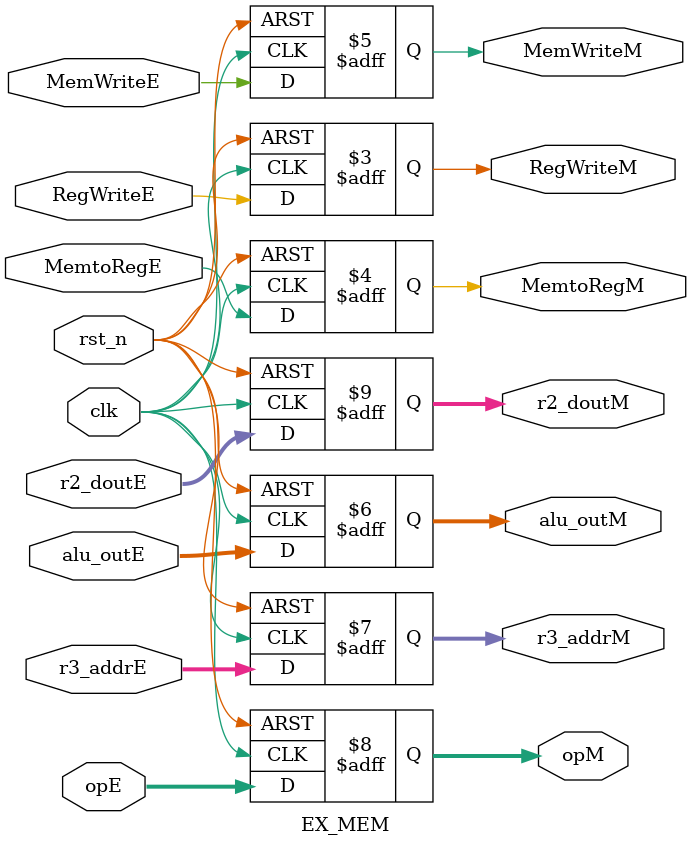
<source format=v>
`timescale 1ns / 1ps
module EX_MEM(
	input clk,
	input rst_n,
	input RegWriteE,
	input MemtoRegE,
	input MemWriteE,
	input [31:0] alu_outE,
	input [4:0] r3_addrE,
	input [5:0] opE,
	input [31:0] r2_doutE,
	output reg RegWriteM,
	output reg MemtoRegM,
	output reg MemWriteM,
	output reg [31:0] alu_outM,
	output reg [4:0] r3_addrM,
	output reg [5:0] opM,
	output reg [31:0] r2_doutM
    );
	 
always@(posedge clk or negedge rst_n)
begin
if(~rst_n)
	begin
		RegWriteM <= 0;
		MemtoRegM <= 0;
		MemWriteM <= 0;
		alu_outM <= 32'h0;
		r3_addrM <= 5'h0;
		opM <= 6'h0;
		r2_doutM <= 32'h0;
	end
else 
	begin
		RegWriteM <= RegWriteE;
		MemtoRegM <= MemtoRegE;
		MemWriteM <= MemWriteE;
		alu_outM <= alu_outE;
		r3_addrM <= r3_addrE;
		opM <= opE;
		r2_doutM <= r2_doutE;
	end
end


endmodule

</source>
